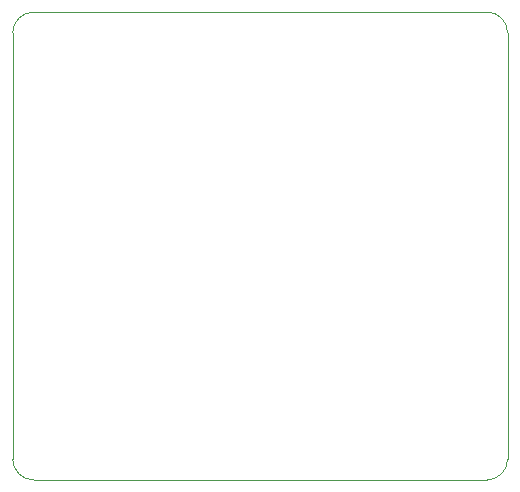
<source format=gbr>
G04 #@! TF.GenerationSoftware,KiCad,Pcbnew,(5.1.6-85-g2d1f6937d)*
G04 #@! TF.CreationDate,2020-10-24T22:50:34-07:00*
G04 #@! TF.ProjectId,3DProUsb,33445072-6f55-4736-922e-6b696361645f,rev?*
G04 #@! TF.SameCoordinates,Original*
G04 #@! TF.FileFunction,Profile,NP*
%FSLAX46Y46*%
G04 Gerber Fmt 4.6, Leading zero omitted, Abs format (unit mm)*
G04 Created by KiCad (PCBNEW (5.1.6-85-g2d1f6937d)) date 2020-10-24 22:50:34*
%MOMM*%
%LPD*%
G01*
G04 APERTURE LIST*
G04 #@! TA.AperFunction,Profile*
%ADD10C,0.050000*%
G04 #@! TD*
G04 APERTURE END LIST*
D10*
X65532000Y-104902000D02*
X65532000Y-68834000D01*
X107442000Y-68834000D02*
X107442000Y-104902000D01*
X67310000Y-67056000D02*
X105664000Y-67056000D01*
X67310000Y-106680000D02*
X105664000Y-106680000D01*
X67310000Y-106680000D02*
G75*
G02*
X65532000Y-104902000I0J1778000D01*
G01*
X107442000Y-104902000D02*
G75*
G02*
X105664000Y-106680000I-1778000J0D01*
G01*
X105664000Y-67056000D02*
G75*
G02*
X107442000Y-68834000I0J-1778000D01*
G01*
X65532000Y-68834000D02*
G75*
G02*
X67310000Y-67056000I1778000J0D01*
G01*
M02*

</source>
